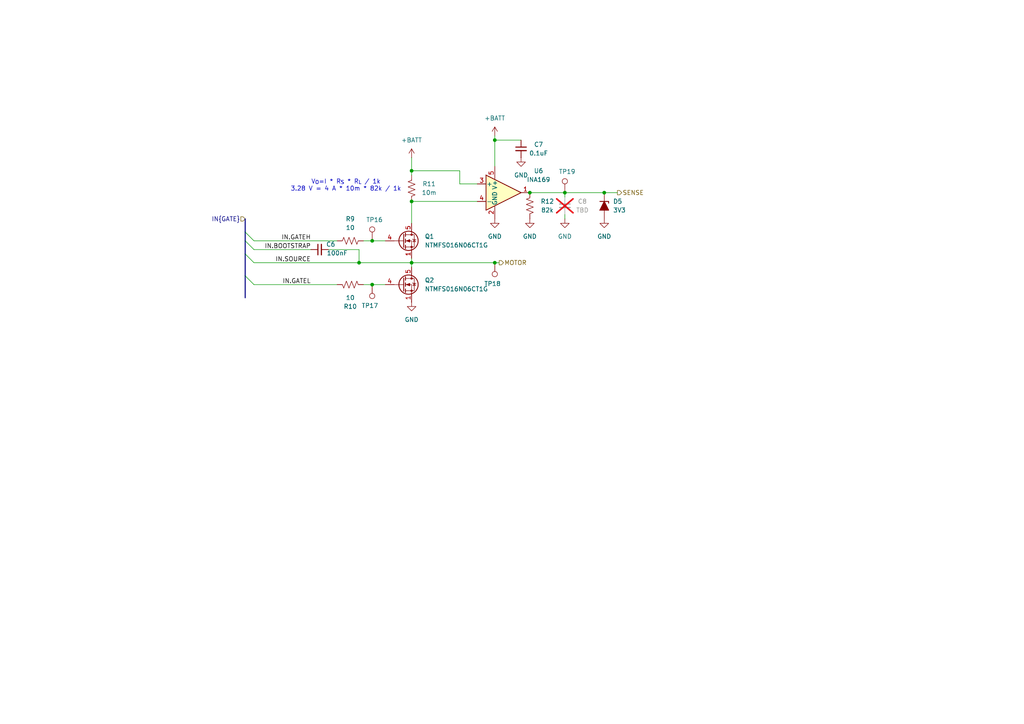
<source format=kicad_sch>
(kicad_sch
	(version 20250114)
	(generator "eeschema")
	(generator_version "9.0")
	(uuid "92340223-3347-431e-93fc-74ad455b1326")
	(paper "A4")
	(lib_symbols
		(symbol "Amplifier_Current:INA169"
			(pin_names
				(offset 0.127)
			)
			(exclude_from_sim no)
			(in_bom yes)
			(on_board yes)
			(property "Reference" "U"
				(at 3.81 5.08 0)
				(effects
					(font
						(size 1.27 1.27)
					)
					(justify left)
				)
			)
			(property "Value" "INA169"
				(at 3.81 2.54 0)
				(effects
					(font
						(size 1.27 1.27)
					)
					(justify left)
				)
			)
			(property "Footprint" "Package_TO_SOT_SMD:SOT-23-5"
				(at 0 0 0)
				(effects
					(font
						(size 1.27 1.27)
					)
					(hide yes)
				)
			)
			(property "Datasheet" "http://www.ti.com/lit/ds/symlink/ina169.pdf"
				(at 0 0.127 0)
				(effects
					(font
						(size 1.27 1.27)
					)
					(hide yes)
				)
			)
			(property "Description" "High-Side Measurement Current Shunt Monitor, 60V, SOT-23-5"
				(at 0 0 0)
				(effects
					(font
						(size 1.27 1.27)
					)
					(hide yes)
				)
			)
			(property "ki_keywords" "current sense shunt monitor"
				(at 0 0 0)
				(effects
					(font
						(size 1.27 1.27)
					)
					(hide yes)
				)
			)
			(property "ki_fp_filters" "SOT?23*"
				(at 0 0 0)
				(effects
					(font
						(size 1.27 1.27)
					)
					(hide yes)
				)
			)
			(symbol "INA169_0_1"
				(polyline
					(pts
						(xy -5.08 5.08) (xy 5.08 0) (xy -5.08 -5.08) (xy -5.08 5.08)
					)
					(stroke
						(width 0.254)
						(type default)
					)
					(fill
						(type background)
					)
				)
			)
			(symbol "INA169_1_1"
				(pin input line
					(at -7.62 2.54 0)
					(length 2.54)
					(name "+"
						(effects
							(font
								(size 1.27 1.27)
							)
						)
					)
					(number "3"
						(effects
							(font
								(size 1.27 1.27)
							)
						)
					)
				)
				(pin input line
					(at -7.62 -2.54 0)
					(length 2.54)
					(name "-"
						(effects
							(font
								(size 1.27 1.27)
							)
						)
					)
					(number "4"
						(effects
							(font
								(size 1.27 1.27)
							)
						)
					)
				)
				(pin power_in line
					(at -2.54 7.62 270)
					(length 3.81)
					(name "V+"
						(effects
							(font
								(size 1.27 1.27)
							)
						)
					)
					(number "5"
						(effects
							(font
								(size 1.27 1.27)
							)
						)
					)
				)
				(pin power_in line
					(at -2.54 -7.62 90)
					(length 3.81)
					(name "GND"
						(effects
							(font
								(size 1.27 1.27)
							)
						)
					)
					(number "2"
						(effects
							(font
								(size 1.27 1.27)
							)
						)
					)
				)
				(pin output line
					(at 7.62 0 180)
					(length 2.54)
					(name "~"
						(effects
							(font
								(size 1.27 1.27)
							)
						)
					)
					(number "1"
						(effects
							(font
								(size 1.27 1.27)
							)
						)
					)
				)
			)
			(embedded_fonts no)
		)
		(symbol "Connector:TestPoint"
			(pin_numbers
				(hide yes)
			)
			(pin_names
				(offset 0.762)
				(hide yes)
			)
			(exclude_from_sim no)
			(in_bom yes)
			(on_board yes)
			(property "Reference" "TP"
				(at 0 6.858 0)
				(effects
					(font
						(size 1.27 1.27)
					)
				)
			)
			(property "Value" "TestPoint"
				(at 0 5.08 0)
				(effects
					(font
						(size 1.27 1.27)
					)
				)
			)
			(property "Footprint" ""
				(at 5.08 0 0)
				(effects
					(font
						(size 1.27 1.27)
					)
					(hide yes)
				)
			)
			(property "Datasheet" "~"
				(at 5.08 0 0)
				(effects
					(font
						(size 1.27 1.27)
					)
					(hide yes)
				)
			)
			(property "Description" "test point"
				(at 0 0 0)
				(effects
					(font
						(size 1.27 1.27)
					)
					(hide yes)
				)
			)
			(property "ki_keywords" "test point tp"
				(at 0 0 0)
				(effects
					(font
						(size 1.27 1.27)
					)
					(hide yes)
				)
			)
			(property "ki_fp_filters" "Pin* Test*"
				(at 0 0 0)
				(effects
					(font
						(size 1.27 1.27)
					)
					(hide yes)
				)
			)
			(symbol "TestPoint_0_1"
				(circle
					(center 0 3.302)
					(radius 0.762)
					(stroke
						(width 0)
						(type default)
					)
					(fill
						(type none)
					)
				)
			)
			(symbol "TestPoint_1_1"
				(pin passive line
					(at 0 0 90)
					(length 2.54)
					(name "1"
						(effects
							(font
								(size 1.27 1.27)
							)
						)
					)
					(number "1"
						(effects
							(font
								(size 1.27 1.27)
							)
						)
					)
				)
			)
			(embedded_fonts no)
		)
		(symbol "Device:C_Small"
			(pin_numbers
				(hide yes)
			)
			(pin_names
				(offset 0.254)
				(hide yes)
			)
			(exclude_from_sim no)
			(in_bom yes)
			(on_board yes)
			(property "Reference" "C"
				(at 0.254 1.778 0)
				(effects
					(font
						(size 1.27 1.27)
					)
					(justify left)
				)
			)
			(property "Value" "C_Small"
				(at 0.254 -2.032 0)
				(effects
					(font
						(size 1.27 1.27)
					)
					(justify left)
				)
			)
			(property "Footprint" ""
				(at 0 0 0)
				(effects
					(font
						(size 1.27 1.27)
					)
					(hide yes)
				)
			)
			(property "Datasheet" "~"
				(at 0 0 0)
				(effects
					(font
						(size 1.27 1.27)
					)
					(hide yes)
				)
			)
			(property "Description" "Unpolarized capacitor, small symbol"
				(at 0 0 0)
				(effects
					(font
						(size 1.27 1.27)
					)
					(hide yes)
				)
			)
			(property "ki_keywords" "capacitor cap"
				(at 0 0 0)
				(effects
					(font
						(size 1.27 1.27)
					)
					(hide yes)
				)
			)
			(property "ki_fp_filters" "C_*"
				(at 0 0 0)
				(effects
					(font
						(size 1.27 1.27)
					)
					(hide yes)
				)
			)
			(symbol "C_Small_0_1"
				(polyline
					(pts
						(xy -1.524 0.508) (xy 1.524 0.508)
					)
					(stroke
						(width 0.3048)
						(type default)
					)
					(fill
						(type none)
					)
				)
				(polyline
					(pts
						(xy -1.524 -0.508) (xy 1.524 -0.508)
					)
					(stroke
						(width 0.3302)
						(type default)
					)
					(fill
						(type none)
					)
				)
			)
			(symbol "C_Small_1_1"
				(pin passive line
					(at 0 2.54 270)
					(length 2.032)
					(name "~"
						(effects
							(font
								(size 1.27 1.27)
							)
						)
					)
					(number "1"
						(effects
							(font
								(size 1.27 1.27)
							)
						)
					)
				)
				(pin passive line
					(at 0 -2.54 90)
					(length 2.032)
					(name "~"
						(effects
							(font
								(size 1.27 1.27)
							)
						)
					)
					(number "2"
						(effects
							(font
								(size 1.27 1.27)
							)
						)
					)
				)
			)
			(embedded_fonts no)
		)
		(symbol "Device:D_Zener_Filled"
			(pin_numbers
				(hide yes)
			)
			(pin_names
				(offset 1.016)
				(hide yes)
			)
			(exclude_from_sim no)
			(in_bom yes)
			(on_board yes)
			(property "Reference" "D"
				(at 0 2.54 0)
				(effects
					(font
						(size 1.27 1.27)
					)
				)
			)
			(property "Value" "D_Zener_Filled"
				(at 0 -2.54 0)
				(effects
					(font
						(size 1.27 1.27)
					)
				)
			)
			(property "Footprint" ""
				(at 0 0 0)
				(effects
					(font
						(size 1.27 1.27)
					)
					(hide yes)
				)
			)
			(property "Datasheet" "~"
				(at 0 0 0)
				(effects
					(font
						(size 1.27 1.27)
					)
					(hide yes)
				)
			)
			(property "Description" "Zener diode, filled shape"
				(at 0 0 0)
				(effects
					(font
						(size 1.27 1.27)
					)
					(hide yes)
				)
			)
			(property "ki_keywords" "diode"
				(at 0 0 0)
				(effects
					(font
						(size 1.27 1.27)
					)
					(hide yes)
				)
			)
			(property "ki_fp_filters" "TO-???* *_Diode_* *SingleDiode* D_*"
				(at 0 0 0)
				(effects
					(font
						(size 1.27 1.27)
					)
					(hide yes)
				)
			)
			(symbol "D_Zener_Filled_0_1"
				(polyline
					(pts
						(xy -1.27 -1.27) (xy -1.27 1.27) (xy -0.762 1.27)
					)
					(stroke
						(width 0.254)
						(type default)
					)
					(fill
						(type none)
					)
				)
				(polyline
					(pts
						(xy 1.27 0) (xy -1.27 0)
					)
					(stroke
						(width 0)
						(type default)
					)
					(fill
						(type none)
					)
				)
				(polyline
					(pts
						(xy 1.27 -1.27) (xy 1.27 1.27) (xy -1.27 0) (xy 1.27 -1.27)
					)
					(stroke
						(width 0.254)
						(type default)
					)
					(fill
						(type outline)
					)
				)
			)
			(symbol "D_Zener_Filled_1_1"
				(pin passive line
					(at -3.81 0 0)
					(length 2.54)
					(name "K"
						(effects
							(font
								(size 1.27 1.27)
							)
						)
					)
					(number "1"
						(effects
							(font
								(size 1.27 1.27)
							)
						)
					)
				)
				(pin passive line
					(at 3.81 0 180)
					(length 2.54)
					(name "A"
						(effects
							(font
								(size 1.27 1.27)
							)
						)
					)
					(number "2"
						(effects
							(font
								(size 1.27 1.27)
							)
						)
					)
				)
			)
			(embedded_fonts no)
		)
		(symbol "Device:R_US"
			(pin_numbers
				(hide yes)
			)
			(pin_names
				(offset 0)
			)
			(exclude_from_sim no)
			(in_bom yes)
			(on_board yes)
			(property "Reference" "R"
				(at 2.54 0 90)
				(effects
					(font
						(size 1.27 1.27)
					)
				)
			)
			(property "Value" "R_US"
				(at -2.54 0 90)
				(effects
					(font
						(size 1.27 1.27)
					)
				)
			)
			(property "Footprint" ""
				(at 1.016 -0.254 90)
				(effects
					(font
						(size 1.27 1.27)
					)
					(hide yes)
				)
			)
			(property "Datasheet" "~"
				(at 0 0 0)
				(effects
					(font
						(size 1.27 1.27)
					)
					(hide yes)
				)
			)
			(property "Description" "Resistor, US symbol"
				(at 0 0 0)
				(effects
					(font
						(size 1.27 1.27)
					)
					(hide yes)
				)
			)
			(property "ki_keywords" "R res resistor"
				(at 0 0 0)
				(effects
					(font
						(size 1.27 1.27)
					)
					(hide yes)
				)
			)
			(property "ki_fp_filters" "R_*"
				(at 0 0 0)
				(effects
					(font
						(size 1.27 1.27)
					)
					(hide yes)
				)
			)
			(symbol "R_US_0_1"
				(polyline
					(pts
						(xy 0 2.286) (xy 0 2.54)
					)
					(stroke
						(width 0)
						(type default)
					)
					(fill
						(type none)
					)
				)
				(polyline
					(pts
						(xy 0 2.286) (xy 1.016 1.905) (xy 0 1.524) (xy -1.016 1.143) (xy 0 0.762)
					)
					(stroke
						(width 0)
						(type default)
					)
					(fill
						(type none)
					)
				)
				(polyline
					(pts
						(xy 0 0.762) (xy 1.016 0.381) (xy 0 0) (xy -1.016 -0.381) (xy 0 -0.762)
					)
					(stroke
						(width 0)
						(type default)
					)
					(fill
						(type none)
					)
				)
				(polyline
					(pts
						(xy 0 -0.762) (xy 1.016 -1.143) (xy 0 -1.524) (xy -1.016 -1.905) (xy 0 -2.286)
					)
					(stroke
						(width 0)
						(type default)
					)
					(fill
						(type none)
					)
				)
				(polyline
					(pts
						(xy 0 -2.286) (xy 0 -2.54)
					)
					(stroke
						(width 0)
						(type default)
					)
					(fill
						(type none)
					)
				)
			)
			(symbol "R_US_1_1"
				(pin passive line
					(at 0 3.81 270)
					(length 1.27)
					(name "~"
						(effects
							(font
								(size 1.27 1.27)
							)
						)
					)
					(number "1"
						(effects
							(font
								(size 1.27 1.27)
							)
						)
					)
				)
				(pin passive line
					(at 0 -3.81 90)
					(length 1.27)
					(name "~"
						(effects
							(font
								(size 1.27 1.27)
							)
						)
					)
					(number "2"
						(effects
							(font
								(size 1.27 1.27)
							)
						)
					)
				)
			)
			(embedded_fonts no)
		)
		(symbol "Transistor_FET:NTMFS016N06CT1G"
			(pin_names
				(hide yes)
			)
			(exclude_from_sim no)
			(in_bom yes)
			(on_board yes)
			(property "Reference" "Q"
				(at 5.08 1.905 0)
				(effects
					(font
						(size 1.27 1.27)
					)
					(justify left)
				)
			)
			(property "Value" "NTMFS016N06CT1G"
				(at 5.08 0 0)
				(effects
					(font
						(size 1.27 1.27)
					)
					(justify left)
				)
			)
			(property "Footprint" "Package_SO:ONSemi_SO-8FL_488AA"
				(at 5.08 -1.905 0)
				(effects
					(font
						(size 1.27 1.27)
						(italic yes)
					)
					(justify left)
					(hide yes)
				)
			)
			(property "Datasheet" "https://www.onsemi.com/download/data-sheet/pdf/NTMFS016N06C-D.pdf"
				(at 5.08 -3.81 0)
				(effects
					(font
						(size 1.27 1.27)
					)
					(justify left)
					(hide yes)
				)
			)
			(property "Description" "33A Id, 60V Vds, N-Channel Power MOSFET, 15.6mOhm Ron, -55 to 175 °C, SO-8FL"
				(at 0 0 0)
				(effects
					(font
						(size 1.27 1.27)
					)
					(hide yes)
				)
			)
			(property "ki_keywords" "transistor NMOS N-MOS N-MOSFET"
				(at 0 0 0)
				(effects
					(font
						(size 1.27 1.27)
					)
					(hide yes)
				)
			)
			(property "ki_fp_filters" "ONSemi_SO*8FL_488AA*"
				(at 0 0 0)
				(effects
					(font
						(size 1.27 1.27)
					)
					(hide yes)
				)
			)
			(symbol "NTMFS016N06CT1G_0_1"
				(polyline
					(pts
						(xy 0.254 1.905) (xy 0.254 -1.905)
					)
					(stroke
						(width 0.254)
						(type default)
					)
					(fill
						(type none)
					)
				)
				(polyline
					(pts
						(xy 0.254 0) (xy -2.54 0)
					)
					(stroke
						(width 0)
						(type default)
					)
					(fill
						(type none)
					)
				)
				(polyline
					(pts
						(xy 0.762 2.286) (xy 0.762 1.27)
					)
					(stroke
						(width 0.254)
						(type default)
					)
					(fill
						(type none)
					)
				)
				(polyline
					(pts
						(xy 0.762 0.508) (xy 0.762 -0.508)
					)
					(stroke
						(width 0.254)
						(type default)
					)
					(fill
						(type none)
					)
				)
				(polyline
					(pts
						(xy 0.762 -1.27) (xy 0.762 -2.286)
					)
					(stroke
						(width 0.254)
						(type default)
					)
					(fill
						(type none)
					)
				)
				(polyline
					(pts
						(xy 0.762 -1.778) (xy 3.302 -1.778) (xy 3.302 1.778) (xy 0.762 1.778)
					)
					(stroke
						(width 0)
						(type default)
					)
					(fill
						(type none)
					)
				)
				(polyline
					(pts
						(xy 1.016 0) (xy 2.032 0.381) (xy 2.032 -0.381) (xy 1.016 0)
					)
					(stroke
						(width 0)
						(type default)
					)
					(fill
						(type outline)
					)
				)
				(circle
					(center 1.651 0)
					(radius 2.794)
					(stroke
						(width 0.254)
						(type default)
					)
					(fill
						(type none)
					)
				)
				(polyline
					(pts
						(xy 2.54 2.54) (xy 2.54 1.778)
					)
					(stroke
						(width 0)
						(type default)
					)
					(fill
						(type none)
					)
				)
				(circle
					(center 2.54 1.778)
					(radius 0.254)
					(stroke
						(width 0)
						(type default)
					)
					(fill
						(type outline)
					)
				)
				(circle
					(center 2.54 -1.778)
					(radius 0.254)
					(stroke
						(width 0)
						(type default)
					)
					(fill
						(type outline)
					)
				)
				(polyline
					(pts
						(xy 2.54 -2.54) (xy 2.54 0) (xy 0.762 0)
					)
					(stroke
						(width 0)
						(type default)
					)
					(fill
						(type none)
					)
				)
				(polyline
					(pts
						(xy 2.794 0.508) (xy 2.921 0.381) (xy 3.683 0.381) (xy 3.81 0.254)
					)
					(stroke
						(width 0)
						(type default)
					)
					(fill
						(type none)
					)
				)
				(polyline
					(pts
						(xy 3.302 0.381) (xy 2.921 -0.254) (xy 3.683 -0.254) (xy 3.302 0.381)
					)
					(stroke
						(width 0)
						(type default)
					)
					(fill
						(type none)
					)
				)
			)
			(symbol "NTMFS016N06CT1G_1_1"
				(pin passive line
					(at -5.08 0 0)
					(length 2.54)
					(name "G"
						(effects
							(font
								(size 1.27 1.27)
							)
						)
					)
					(number "4"
						(effects
							(font
								(size 1.27 1.27)
							)
						)
					)
				)
				(pin passive line
					(at 2.54 5.08 270)
					(length 2.54)
					(name "D"
						(effects
							(font
								(size 1.27 1.27)
							)
						)
					)
					(number "5"
						(effects
							(font
								(size 1.27 1.27)
							)
						)
					)
				)
				(pin passive line
					(at 2.54 -5.08 90)
					(length 2.54)
					(name "S"
						(effects
							(font
								(size 1.27 1.27)
							)
						)
					)
					(number "1"
						(effects
							(font
								(size 1.27 1.27)
							)
						)
					)
				)
				(pin passive line
					(at 2.54 -5.08 90)
					(length 2.54)
					(hide yes)
					(name "S"
						(effects
							(font
								(size 1.27 1.27)
							)
						)
					)
					(number "2"
						(effects
							(font
								(size 1.27 1.27)
							)
						)
					)
				)
				(pin passive line
					(at 2.54 -5.08 90)
					(length 2.54)
					(hide yes)
					(name "S"
						(effects
							(font
								(size 1.27 1.27)
							)
						)
					)
					(number "3"
						(effects
							(font
								(size 1.27 1.27)
							)
						)
					)
				)
			)
			(embedded_fonts no)
		)
		(symbol "power:+BATT"
			(power)
			(pin_numbers
				(hide yes)
			)
			(pin_names
				(offset 0)
				(hide yes)
			)
			(exclude_from_sim no)
			(in_bom yes)
			(on_board yes)
			(property "Reference" "#PWR"
				(at 0 -3.81 0)
				(effects
					(font
						(size 1.27 1.27)
					)
					(hide yes)
				)
			)
			(property "Value" "+BATT"
				(at 0 3.556 0)
				(effects
					(font
						(size 1.27 1.27)
					)
				)
			)
			(property "Footprint" ""
				(at 0 0 0)
				(effects
					(font
						(size 1.27 1.27)
					)
					(hide yes)
				)
			)
			(property "Datasheet" ""
				(at 0 0 0)
				(effects
					(font
						(size 1.27 1.27)
					)
					(hide yes)
				)
			)
			(property "Description" "Power symbol creates a global label with name \"+BATT\""
				(at 0 0 0)
				(effects
					(font
						(size 1.27 1.27)
					)
					(hide yes)
				)
			)
			(property "ki_keywords" "global power battery"
				(at 0 0 0)
				(effects
					(font
						(size 1.27 1.27)
					)
					(hide yes)
				)
			)
			(symbol "+BATT_0_1"
				(polyline
					(pts
						(xy -0.762 1.27) (xy 0 2.54)
					)
					(stroke
						(width 0)
						(type default)
					)
					(fill
						(type none)
					)
				)
				(polyline
					(pts
						(xy 0 2.54) (xy 0.762 1.27)
					)
					(stroke
						(width 0)
						(type default)
					)
					(fill
						(type none)
					)
				)
				(polyline
					(pts
						(xy 0 0) (xy 0 2.54)
					)
					(stroke
						(width 0)
						(type default)
					)
					(fill
						(type none)
					)
				)
			)
			(symbol "+BATT_1_1"
				(pin power_in line
					(at 0 0 90)
					(length 0)
					(name "~"
						(effects
							(font
								(size 1.27 1.27)
							)
						)
					)
					(number "1"
						(effects
							(font
								(size 1.27 1.27)
							)
						)
					)
				)
			)
			(embedded_fonts no)
		)
		(symbol "power:GND"
			(power)
			(pin_numbers
				(hide yes)
			)
			(pin_names
				(offset 0)
				(hide yes)
			)
			(exclude_from_sim no)
			(in_bom yes)
			(on_board yes)
			(property "Reference" "#PWR"
				(at 0 -6.35 0)
				(effects
					(font
						(size 1.27 1.27)
					)
					(hide yes)
				)
			)
			(property "Value" "GND"
				(at 0 -3.81 0)
				(effects
					(font
						(size 1.27 1.27)
					)
				)
			)
			(property "Footprint" ""
				(at 0 0 0)
				(effects
					(font
						(size 1.27 1.27)
					)
					(hide yes)
				)
			)
			(property "Datasheet" ""
				(at 0 0 0)
				(effects
					(font
						(size 1.27 1.27)
					)
					(hide yes)
				)
			)
			(property "Description" "Power symbol creates a global label with name \"GND\" , ground"
				(at 0 0 0)
				(effects
					(font
						(size 1.27 1.27)
					)
					(hide yes)
				)
			)
			(property "ki_keywords" "global power"
				(at 0 0 0)
				(effects
					(font
						(size 1.27 1.27)
					)
					(hide yes)
				)
			)
			(symbol "GND_0_1"
				(polyline
					(pts
						(xy 0 0) (xy 0 -1.27) (xy 1.27 -1.27) (xy 0 -2.54) (xy -1.27 -1.27) (xy 0 -1.27)
					)
					(stroke
						(width 0)
						(type default)
					)
					(fill
						(type none)
					)
				)
			)
			(symbol "GND_1_1"
				(pin power_in line
					(at 0 0 270)
					(length 0)
					(name "~"
						(effects
							(font
								(size 1.27 1.27)
							)
						)
					)
					(number "1"
						(effects
							(font
								(size 1.27 1.27)
							)
						)
					)
				)
			)
			(embedded_fonts no)
		)
	)
	(text "V_{O}=I * R_{S} * R_{L} / 1k\n3.28 V = 4 A * 10m * 82k / 1k"
		(exclude_from_sim no)
		(at 100.33 53.848 0)
		(effects
			(font
				(size 1.27 1.27)
			)
		)
		(uuid "a8b47709-776e-401e-89c1-ed2c02d26081")
	)
	(junction
		(at 119.38 76.2)
		(diameter 0)
		(color 0 0 0 0)
		(uuid "0f07a6b2-1d40-4c29-b77f-f281faef737c")
	)
	(junction
		(at 163.83 55.88)
		(diameter 0)
		(color 0 0 0 0)
		(uuid "3f9f425b-29fb-4762-9a28-fe81c769b749")
	)
	(junction
		(at 119.38 49.53)
		(diameter 0)
		(color 0 0 0 0)
		(uuid "45d09e8e-eefb-4a5b-b620-8009ae14931a")
	)
	(junction
		(at 143.51 40.64)
		(diameter 0)
		(color 0 0 0 0)
		(uuid "4a3a69d3-12cf-4d9c-ae0a-2c7df4c102ec")
	)
	(junction
		(at 119.38 58.42)
		(diameter 0)
		(color 0 0 0 0)
		(uuid "61ae75bf-c207-4cd5-abb8-6e817d802a9d")
	)
	(junction
		(at 107.95 82.55)
		(diameter 0)
		(color 0 0 0 0)
		(uuid "67ec4482-fa3f-4ccf-9822-dfffe509360f")
	)
	(junction
		(at 153.67 55.88)
		(diameter 0)
		(color 0 0 0 0)
		(uuid "951a28e8-e59f-41f0-9511-60670b5f069a")
	)
	(junction
		(at 143.51 76.2)
		(diameter 0)
		(color 0 0 0 0)
		(uuid "b58927ef-b64d-4784-a4b9-078b6e8ef005")
	)
	(junction
		(at 104.14 76.2)
		(diameter 0)
		(color 0 0 0 0)
		(uuid "bf6b1968-cd82-4976-bcdf-3c35294ad7fc")
	)
	(junction
		(at 175.26 55.88)
		(diameter 0)
		(color 0 0 0 0)
		(uuid "d297d6a0-aa11-4549-a6cc-59b161ba375f")
	)
	(junction
		(at 107.95 69.85)
		(diameter 0)
		(color 0 0 0 0)
		(uuid "f0a94c80-a4df-4aff-b9db-7a93bd1d1b4b")
	)
	(bus_entry
		(at 71.12 69.85)
		(size 2.54 2.54)
		(stroke
			(width 0)
			(type default)
		)
		(uuid "26573f2a-4087-4c4a-9965-f60f2f870bd1")
	)
	(bus_entry
		(at 71.12 73.66)
		(size 2.54 2.54)
		(stroke
			(width 0)
			(type default)
		)
		(uuid "31dd50d3-d58f-4eab-93e9-9814b164e0f7")
	)
	(bus_entry
		(at 71.12 80.01)
		(size 2.54 2.54)
		(stroke
			(width 0)
			(type default)
		)
		(uuid "63431bf6-14ae-4014-a720-41a4665090c3")
	)
	(bus_entry
		(at 71.12 67.31)
		(size 2.54 2.54)
		(stroke
			(width 0)
			(type default)
		)
		(uuid "ab792a2c-2319-40e8-b978-6e850c60fe58")
	)
	(wire
		(pts
			(xy 107.95 82.55) (xy 111.76 82.55)
		)
		(stroke
			(width 0)
			(type default)
		)
		(uuid "0683c845-fbdc-48c2-bc3c-51dbdcb33518")
	)
	(wire
		(pts
			(xy 105.41 69.85) (xy 107.95 69.85)
		)
		(stroke
			(width 0)
			(type default)
		)
		(uuid "12fd4426-488d-47e4-8cbb-db3cdd0ff976")
	)
	(wire
		(pts
			(xy 163.83 57.15) (xy 163.83 55.88)
		)
		(stroke
			(width 0)
			(type default)
		)
		(uuid "1755bd36-bc5b-4f5f-b3b5-87dc7ab437f1")
	)
	(wire
		(pts
			(xy 119.38 58.42) (xy 119.38 64.77)
		)
		(stroke
			(width 0)
			(type default)
		)
		(uuid "181d7f0f-ec21-4a80-ad35-fbea545e5d5c")
	)
	(wire
		(pts
			(xy 163.83 55.88) (xy 153.67 55.88)
		)
		(stroke
			(width 0)
			(type default)
		)
		(uuid "1ddcddd9-6f8b-4899-9339-2d8b665fe038")
	)
	(wire
		(pts
			(xy 119.38 50.8) (xy 119.38 49.53)
		)
		(stroke
			(width 0)
			(type default)
		)
		(uuid "33a21c47-ccdc-4d20-b0cb-26d0e4544247")
	)
	(wire
		(pts
			(xy 119.38 76.2) (xy 119.38 74.93)
		)
		(stroke
			(width 0)
			(type default)
		)
		(uuid "346ec8fb-4caf-4795-a4d5-b7d832920516")
	)
	(wire
		(pts
			(xy 143.51 76.2) (xy 119.38 76.2)
		)
		(stroke
			(width 0)
			(type default)
		)
		(uuid "4b58e747-03f2-4c7a-8bc4-3d8bae4de68c")
	)
	(wire
		(pts
			(xy 105.41 82.55) (xy 107.95 82.55)
		)
		(stroke
			(width 0)
			(type default)
		)
		(uuid "4fc267ba-d3e7-4f0d-822c-36d667f18f88")
	)
	(wire
		(pts
			(xy 175.26 55.88) (xy 163.83 55.88)
		)
		(stroke
			(width 0)
			(type default)
		)
		(uuid "581defc3-63b2-487c-91d7-f8f2cac44b69")
	)
	(wire
		(pts
			(xy 73.66 72.39) (xy 90.17 72.39)
		)
		(stroke
			(width 0)
			(type default)
		)
		(uuid "5b442df0-ee0f-476d-8143-0dc60ab4f923")
	)
	(wire
		(pts
			(xy 73.66 69.85) (xy 97.79 69.85)
		)
		(stroke
			(width 0)
			(type default)
		)
		(uuid "69b829b2-a5d1-44c3-a8fc-dab0ffaa4919")
	)
	(bus
		(pts
			(xy 71.12 63.5) (xy 71.12 67.31)
		)
		(stroke
			(width 0)
			(type default)
		)
		(uuid "6cc81f86-7398-4f4b-a1d3-0d6b9cb566d2")
	)
	(wire
		(pts
			(xy 133.35 53.34) (xy 133.35 49.53)
		)
		(stroke
			(width 0)
			(type default)
		)
		(uuid "6eeac0ad-8872-49ed-9953-1b0187b7ba7a")
	)
	(wire
		(pts
			(xy 73.66 76.2) (xy 104.14 76.2)
		)
		(stroke
			(width 0)
			(type default)
		)
		(uuid "6fb32e2b-373e-4fb0-bebb-07579a3113d4")
	)
	(wire
		(pts
			(xy 95.25 72.39) (xy 104.14 72.39)
		)
		(stroke
			(width 0)
			(type default)
		)
		(uuid "7d29266b-75d3-473f-8cba-21b0847e9b06")
	)
	(wire
		(pts
			(xy 143.51 40.64) (xy 143.51 48.26)
		)
		(stroke
			(width 0)
			(type default)
		)
		(uuid "83876b99-9da9-44ae-8480-71f0a349f85f")
	)
	(bus
		(pts
			(xy 71.12 69.85) (xy 71.12 73.66)
		)
		(stroke
			(width 0)
			(type default)
		)
		(uuid "83a12f5b-63d0-46d5-8a6f-08d6cbe198f2")
	)
	(bus
		(pts
			(xy 71.12 73.66) (xy 71.12 80.01)
		)
		(stroke
			(width 0)
			(type default)
		)
		(uuid "86fd21f3-03f2-442f-a740-7ca595c8da0c")
	)
	(bus
		(pts
			(xy 71.12 67.31) (xy 71.12 69.85)
		)
		(stroke
			(width 0)
			(type default)
		)
		(uuid "8f692e02-ebc3-4553-9091-267654393ef5")
	)
	(wire
		(pts
			(xy 133.35 49.53) (xy 119.38 49.53)
		)
		(stroke
			(width 0)
			(type default)
		)
		(uuid "9076ccf9-18f6-4d93-9c68-e89895906f16")
	)
	(bus
		(pts
			(xy 71.12 80.01) (xy 71.12 86.36)
		)
		(stroke
			(width 0)
			(type default)
		)
		(uuid "9142ae45-32dd-4504-b8dd-1bc55e488506")
	)
	(wire
		(pts
			(xy 119.38 76.2) (xy 119.38 77.47)
		)
		(stroke
			(width 0)
			(type default)
		)
		(uuid "94ff0b36-0088-43d3-98a3-666b6d622ce9")
	)
	(wire
		(pts
			(xy 73.66 82.55) (xy 97.79 82.55)
		)
		(stroke
			(width 0)
			(type default)
		)
		(uuid "997be4c9-7749-4a1e-890c-1a81e36065a0")
	)
	(wire
		(pts
			(xy 104.14 72.39) (xy 104.14 76.2)
		)
		(stroke
			(width 0)
			(type default)
		)
		(uuid "b35b4ef0-a17f-4943-91ec-afe73915f3d2")
	)
	(wire
		(pts
			(xy 119.38 49.53) (xy 119.38 45.72)
		)
		(stroke
			(width 0)
			(type default)
		)
		(uuid "bfeba583-6df1-4cf6-9d6c-dad3eaf770b6")
	)
	(wire
		(pts
			(xy 163.83 62.23) (xy 163.83 63.5)
		)
		(stroke
			(width 0)
			(type default)
		)
		(uuid "c00778ce-d1c9-449e-8101-03eb5f89e208")
	)
	(wire
		(pts
			(xy 107.95 69.85) (xy 111.76 69.85)
		)
		(stroke
			(width 0)
			(type default)
		)
		(uuid "c153055c-4cfb-4007-808e-b85aba878e28")
	)
	(wire
		(pts
			(xy 144.78 76.2) (xy 143.51 76.2)
		)
		(stroke
			(width 0)
			(type default)
		)
		(uuid "c5972be0-40e9-4368-8c20-e4b0732dbaad")
	)
	(wire
		(pts
			(xy 143.51 40.64) (xy 151.13 40.64)
		)
		(stroke
			(width 0)
			(type default)
		)
		(uuid "c79a30b1-c04b-44a5-9595-29e7f6b5c2f4")
	)
	(wire
		(pts
			(xy 104.14 76.2) (xy 119.38 76.2)
		)
		(stroke
			(width 0)
			(type default)
		)
		(uuid "e135bf09-c7f2-4695-951a-9cd9e7be0644")
	)
	(wire
		(pts
			(xy 119.38 58.42) (xy 138.43 58.42)
		)
		(stroke
			(width 0)
			(type default)
		)
		(uuid "e505c960-dd0a-47d7-99bb-080e370ba277")
	)
	(wire
		(pts
			(xy 179.07 55.88) (xy 175.26 55.88)
		)
		(stroke
			(width 0)
			(type default)
		)
		(uuid "f505702d-901f-489c-b0f0-a8787b791500")
	)
	(wire
		(pts
			(xy 143.51 39.37) (xy 143.51 40.64)
		)
		(stroke
			(width 0)
			(type default)
		)
		(uuid "fc537cb5-c2ba-48cd-9f9b-49f85effbe19")
	)
	(wire
		(pts
			(xy 138.43 53.34) (xy 133.35 53.34)
		)
		(stroke
			(width 0)
			(type default)
		)
		(uuid "fe269def-4aa8-454f-b79e-fce6f511ff64")
	)
	(label "IN.GATEL"
		(at 90.17 82.55 180)
		(effects
			(font
				(size 1.27 1.27)
			)
			(justify right bottom)
		)
		(uuid "39e4511b-871b-41ad-ba50-f1b7317f6fe4")
	)
	(label "IN.GATEH"
		(at 90.17 69.85 180)
		(effects
			(font
				(size 1.27 1.27)
			)
			(justify right bottom)
		)
		(uuid "cc7c2b91-6954-433f-9e92-e168d2d02ee3")
	)
	(label "IN.BOOTSTRAP"
		(at 90.17 72.39 180)
		(effects
			(font
				(size 1.27 1.27)
			)
			(justify right bottom)
		)
		(uuid "d1606ff4-5a3a-4007-86f3-94af050e5d85")
	)
	(label "IN.SOURCE"
		(at 90.17 76.2 180)
		(effects
			(font
				(size 1.27 1.27)
			)
			(justify right bottom)
		)
		(uuid "f6c85b2b-ff44-40eb-8e2c-ecdb7bc4a092")
	)
	(hierarchical_label "SENSE"
		(shape output)
		(at 179.07 55.88 0)
		(effects
			(font
				(size 1.27 1.27)
			)
			(justify left)
		)
		(uuid "69c5a813-4171-4966-b851-c5f790d139c9")
	)
	(hierarchical_label "MOTOR"
		(shape output)
		(at 144.78 76.2 0)
		(effects
			(font
				(size 1.27 1.27)
			)
			(justify left)
		)
		(uuid "6d600d5c-fcc2-461b-95d5-4eadcfad2f81")
	)
	(hierarchical_label "IN{GATE}"
		(shape input)
		(at 71.12 63.5 180)
		(effects
			(font
				(size 1.27 1.27)
			)
			(justify right)
		)
		(uuid "c9480b5d-c608-4f31-bcef-e35b92c45fac")
	)
	(symbol
		(lib_id "Connector:TestPoint")
		(at 163.83 55.88 0)
		(unit 1)
		(exclude_from_sim no)
		(in_bom no)
		(on_board yes)
		(dnp no)
		(uuid "0a0d431f-174a-4d5e-abd3-16e1be38372d")
		(property "Reference" "TP19"
			(at 162.052 49.784 0)
			(effects
				(font
					(size 1.27 1.27)
				)
				(justify left)
			)
		)
		(property "Value" "TestPoint"
			(at 166.37 53.8479 0)
			(effects
				(font
					(size 1.27 1.27)
				)
				(justify left)
				(hide yes)
			)
		)
		(property "Footprint" "TestPoint:TestPoint_Pad_D1.0mm"
			(at 168.91 55.88 0)
			(effects
				(font
					(size 1.27 1.27)
				)
				(hide yes)
			)
		)
		(property "Datasheet" "~"
			(at 168.91 55.88 0)
			(effects
				(font
					(size 1.27 1.27)
				)
				(hide yes)
			)
		)
		(property "Description" "test point"
			(at 163.83 55.88 0)
			(effects
				(font
					(size 1.27 1.27)
				)
				(hide yes)
			)
		)
		(pin "1"
			(uuid "2bfd814b-c230-4edf-b475-dba374bc7168")
		)
		(instances
			(project "bldc"
				(path "/277f1ac8-dc34-41d4-888e-4cee9bc5b3a6/04c35560-2dd5-4eff-96af-70554a96d2b4"
					(reference "TP19")
					(unit 1)
				)
				(path "/277f1ac8-dc34-41d4-888e-4cee9bc5b3a6/5fc6fa10-90bb-450f-8c7c-0c3708a68359"
					(reference "TP23")
					(unit 1)
				)
				(path "/277f1ac8-dc34-41d4-888e-4cee9bc5b3a6/c1072f84-6c58-4519-93b0-855da48bb19d"
					(reference "TP27")
					(unit 1)
				)
			)
		)
	)
	(symbol
		(lib_id "Device:C_Small")
		(at 151.13 43.18 0)
		(unit 1)
		(exclude_from_sim no)
		(in_bom yes)
		(on_board yes)
		(dnp no)
		(uuid "0e658f93-9a1d-46a3-8c68-e578c8681c0b")
		(property "Reference" "C7"
			(at 156.2163 41.91 0)
			(effects
				(font
					(size 1.27 1.27)
				)
			)
		)
		(property "Value" "0.1uF"
			(at 156.2163 44.45 0)
			(effects
				(font
					(size 1.27 1.27)
				)
			)
		)
		(property "Footprint" "Capacitor_SMD:C_0603_1608Metric"
			(at 151.13 47.498 0)
			(effects
				(font
					(size 1.27 1.27)
				)
				(hide yes)
			)
		)
		(property "Datasheet" "~"
			(at 151.13 43.18 0)
			(effects
				(font
					(size 1.27 1.27)
				)
				(hide yes)
			)
		)
		(property "Description" "Unpolarized capacitor, small symbol"
			(at 151.13 43.18 0)
			(effects
				(font
					(size 1.27 1.27)
				)
				(hide yes)
			)
		)
		(pin "1"
			(uuid "952b9043-5d8f-40de-9aab-bf4d20470ba2")
		)
		(pin "2"
			(uuid "fe439024-f636-4a6d-b5e6-84c74715d807")
		)
		(instances
			(project "bldc"
				(path "/277f1ac8-dc34-41d4-888e-4cee9bc5b3a6/04c35560-2dd5-4eff-96af-70554a96d2b4"
					(reference "C7")
					(unit 1)
				)
				(path "/277f1ac8-dc34-41d4-888e-4cee9bc5b3a6/5fc6fa10-90bb-450f-8c7c-0c3708a68359"
					(reference "C10")
					(unit 1)
				)
				(path "/277f1ac8-dc34-41d4-888e-4cee9bc5b3a6/c1072f84-6c58-4519-93b0-855da48bb19d"
					(reference "C13")
					(unit 1)
				)
			)
		)
	)
	(symbol
		(lib_id "power:+BATT")
		(at 119.38 45.72 0)
		(unit 1)
		(exclude_from_sim no)
		(in_bom yes)
		(on_board yes)
		(dnp no)
		(fields_autoplaced yes)
		(uuid "146496fd-563a-4c6e-b402-d011f7a7bfdc")
		(property "Reference" "#PWR048"
			(at 119.38 49.53 0)
			(effects
				(font
					(size 1.27 1.27)
				)
				(hide yes)
			)
		)
		(property "Value" "+BATT"
			(at 119.38 40.64 0)
			(effects
				(font
					(size 1.27 1.27)
				)
			)
		)
		(property "Footprint" ""
			(at 119.38 45.72 0)
			(effects
				(font
					(size 1.27 1.27)
				)
				(hide yes)
			)
		)
		(property "Datasheet" ""
			(at 119.38 45.72 0)
			(effects
				(font
					(size 1.27 1.27)
				)
				(hide yes)
			)
		)
		(property "Description" "Power symbol creates a global label with name \"+BATT\""
			(at 119.38 45.72 0)
			(effects
				(font
					(size 1.27 1.27)
				)
				(hide yes)
			)
		)
		(pin "1"
			(uuid "a3651b48-5303-4ec9-926f-5b7bae4fdcea")
		)
		(instances
			(project "bldc"
				(path "/277f1ac8-dc34-41d4-888e-4cee9bc5b3a6/04c35560-2dd5-4eff-96af-70554a96d2b4"
					(reference "#PWR048")
					(unit 1)
				)
				(path "/277f1ac8-dc34-41d4-888e-4cee9bc5b3a6/5fc6fa10-90bb-450f-8c7c-0c3708a68359"
					(reference "#PWR056")
					(unit 1)
				)
				(path "/277f1ac8-dc34-41d4-888e-4cee9bc5b3a6/c1072f84-6c58-4519-93b0-855da48bb19d"
					(reference "#PWR064")
					(unit 1)
				)
			)
		)
	)
	(symbol
		(lib_id "Device:R_US")
		(at 119.38 54.61 0)
		(mirror x)
		(unit 1)
		(exclude_from_sim no)
		(in_bom yes)
		(on_board yes)
		(dnp no)
		(uuid "1d78ab4b-9d11-4b2c-87e8-98725b4e389f")
		(property "Reference" "R11"
			(at 124.46 53.34 0)
			(effects
				(font
					(size 1.27 1.27)
				)
			)
		)
		(property "Value" "10m"
			(at 124.46 55.88 0)
			(effects
				(font
					(size 1.27 1.27)
				)
			)
		)
		(property "Footprint" "Resistor_SMD:R_2512_6332Metric"
			(at 120.396 54.356 90)
			(effects
				(font
					(size 1.27 1.27)
				)
				(hide yes)
			)
		)
		(property "Datasheet" "~"
			(at 119.38 54.61 0)
			(effects
				(font
					(size 1.27 1.27)
				)
				(hide yes)
			)
		)
		(property "Description" "Resistor, US symbol"
			(at 119.38 54.61 0)
			(effects
				(font
					(size 1.27 1.27)
				)
				(hide yes)
			)
		)
		(pin "2"
			(uuid "c2c831cf-d478-47a5-b162-9cc80b58ff68")
		)
		(pin "1"
			(uuid "18d67d04-7b12-453c-a258-c9326e3e4f41")
		)
		(instances
			(project "bldc"
				(path "/277f1ac8-dc34-41d4-888e-4cee9bc5b3a6/04c35560-2dd5-4eff-96af-70554a96d2b4"
					(reference "R11")
					(unit 1)
				)
				(path "/277f1ac8-dc34-41d4-888e-4cee9bc5b3a6/5fc6fa10-90bb-450f-8c7c-0c3708a68359"
					(reference "R15")
					(unit 1)
				)
				(path "/277f1ac8-dc34-41d4-888e-4cee9bc5b3a6/c1072f84-6c58-4519-93b0-855da48bb19d"
					(reference "R19")
					(unit 1)
				)
			)
		)
	)
	(symbol
		(lib_id "power:GND")
		(at 151.13 45.72 0)
		(unit 1)
		(exclude_from_sim no)
		(in_bom yes)
		(on_board yes)
		(dnp no)
		(fields_autoplaced yes)
		(uuid "250d7672-8156-46b0-b0be-10280db6a1af")
		(property "Reference" "#PWR052"
			(at 151.13 52.07 0)
			(effects
				(font
					(size 1.27 1.27)
				)
				(hide yes)
			)
		)
		(property "Value" "GND"
			(at 151.13 50.8 0)
			(effects
				(font
					(size 1.27 1.27)
				)
			)
		)
		(property "Footprint" ""
			(at 151.13 45.72 0)
			(effects
				(font
					(size 1.27 1.27)
				)
				(hide yes)
			)
		)
		(property "Datasheet" ""
			(at 151.13 45.72 0)
			(effects
				(font
					(size 1.27 1.27)
				)
				(hide yes)
			)
		)
		(property "Description" "Power symbol creates a global label with name \"GND\" , ground"
			(at 151.13 45.72 0)
			(effects
				(font
					(size 1.27 1.27)
				)
				(hide yes)
			)
		)
		(pin "1"
			(uuid "5405f17e-2477-4b58-ba5f-4a4fe098b615")
		)
		(instances
			(project "bldc"
				(path "/277f1ac8-dc34-41d4-888e-4cee9bc5b3a6/04c35560-2dd5-4eff-96af-70554a96d2b4"
					(reference "#PWR052")
					(unit 1)
				)
				(path "/277f1ac8-dc34-41d4-888e-4cee9bc5b3a6/5fc6fa10-90bb-450f-8c7c-0c3708a68359"
					(reference "#PWR060")
					(unit 1)
				)
				(path "/277f1ac8-dc34-41d4-888e-4cee9bc5b3a6/c1072f84-6c58-4519-93b0-855da48bb19d"
					(reference "#PWR068")
					(unit 1)
				)
			)
		)
	)
	(symbol
		(lib_id "power:GND")
		(at 175.26 63.5 0)
		(unit 1)
		(exclude_from_sim no)
		(in_bom yes)
		(on_board yes)
		(dnp no)
		(fields_autoplaced yes)
		(uuid "4968c8bf-2a32-4502-b8e0-86ea960ead92")
		(property "Reference" "#PWR055"
			(at 175.26 69.85 0)
			(effects
				(font
					(size 1.27 1.27)
				)
				(hide yes)
			)
		)
		(property "Value" "GND"
			(at 175.26 68.58 0)
			(effects
				(font
					(size 1.27 1.27)
				)
			)
		)
		(property "Footprint" ""
			(at 175.26 63.5 0)
			(effects
				(font
					(size 1.27 1.27)
				)
				(hide yes)
			)
		)
		(property "Datasheet" ""
			(at 175.26 63.5 0)
			(effects
				(font
					(size 1.27 1.27)
				)
				(hide yes)
			)
		)
		(property "Description" "Power symbol creates a global label with name \"GND\" , ground"
			(at 175.26 63.5 0)
			(effects
				(font
					(size 1.27 1.27)
				)
				(hide yes)
			)
		)
		(pin "1"
			(uuid "08480078-4945-44a4-ab3e-a273c557d9ea")
		)
		(instances
			(project "bldc"
				(path "/277f1ac8-dc34-41d4-888e-4cee9bc5b3a6/04c35560-2dd5-4eff-96af-70554a96d2b4"
					(reference "#PWR055")
					(unit 1)
				)
				(path "/277f1ac8-dc34-41d4-888e-4cee9bc5b3a6/5fc6fa10-90bb-450f-8c7c-0c3708a68359"
					(reference "#PWR063")
					(unit 1)
				)
				(path "/277f1ac8-dc34-41d4-888e-4cee9bc5b3a6/c1072f84-6c58-4519-93b0-855da48bb19d"
					(reference "#PWR071")
					(unit 1)
				)
			)
		)
	)
	(symbol
		(lib_id "power:GND")
		(at 163.83 63.5 0)
		(unit 1)
		(exclude_from_sim no)
		(in_bom yes)
		(on_board yes)
		(dnp no)
		(fields_autoplaced yes)
		(uuid "4f95bdaf-96b7-439d-a45d-f957357d59ea")
		(property "Reference" "#PWR054"
			(at 163.83 69.85 0)
			(effects
				(font
					(size 1.27 1.27)
				)
				(hide yes)
			)
		)
		(property "Value" "GND"
			(at 163.83 68.58 0)
			(effects
				(font
					(size 1.27 1.27)
				)
			)
		)
		(property "Footprint" ""
			(at 163.83 63.5 0)
			(effects
				(font
					(size 1.27 1.27)
				)
				(hide yes)
			)
		)
		(property "Datasheet" ""
			(at 163.83 63.5 0)
			(effects
				(font
					(size 1.27 1.27)
				)
				(hide yes)
			)
		)
		(property "Description" "Power symbol creates a global label with name \"GND\" , ground"
			(at 163.83 63.5 0)
			(effects
				(font
					(size 1.27 1.27)
				)
				(hide yes)
			)
		)
		(pin "1"
			(uuid "0dd30b2a-fd5d-432e-b896-6661ec9e7b3c")
		)
		(instances
			(project "bldc"
				(path "/277f1ac8-dc34-41d4-888e-4cee9bc5b3a6/04c35560-2dd5-4eff-96af-70554a96d2b4"
					(reference "#PWR054")
					(unit 1)
				)
				(path "/277f1ac8-dc34-41d4-888e-4cee9bc5b3a6/5fc6fa10-90bb-450f-8c7c-0c3708a68359"
					(reference "#PWR062")
					(unit 1)
				)
				(path "/277f1ac8-dc34-41d4-888e-4cee9bc5b3a6/c1072f84-6c58-4519-93b0-855da48bb19d"
					(reference "#PWR070")
					(unit 1)
				)
			)
		)
	)
	(symbol
		(lib_id "Device:R_US")
		(at 101.6 69.85 90)
		(unit 1)
		(exclude_from_sim no)
		(in_bom yes)
		(on_board yes)
		(dnp no)
		(fields_autoplaced yes)
		(uuid "5e87e017-e30c-4b22-859e-23181ffa9fc4")
		(property "Reference" "R9"
			(at 101.6 63.5 90)
			(effects
				(font
					(size 1.27 1.27)
				)
			)
		)
		(property "Value" "10"
			(at 101.6 66.04 90)
			(effects
				(font
					(size 1.27 1.27)
				)
			)
		)
		(property "Footprint" "Resistor_SMD:R_0603_1608Metric"
			(at 101.854 68.834 90)
			(effects
				(font
					(size 1.27 1.27)
				)
				(hide yes)
			)
		)
		(property "Datasheet" "~"
			(at 101.6 69.85 0)
			(effects
				(font
					(size 1.27 1.27)
				)
				(hide yes)
			)
		)
		(property "Description" "Resistor, US symbol"
			(at 101.6 69.85 0)
			(effects
				(font
					(size 1.27 1.27)
				)
				(hide yes)
			)
		)
		(pin "2"
			(uuid "34ebe83f-15ae-4dcf-a6e6-af2197af6e17")
		)
		(pin "1"
			(uuid "4755e90c-7c6c-437c-8ed3-8e5afb538377")
		)
		(instances
			(project "bldc"
				(path "/277f1ac8-dc34-41d4-888e-4cee9bc5b3a6/04c35560-2dd5-4eff-96af-70554a96d2b4"
					(reference "R9")
					(unit 1)
				)
				(path "/277f1ac8-dc34-41d4-888e-4cee9bc5b3a6/5fc6fa10-90bb-450f-8c7c-0c3708a68359"
					(reference "R13")
					(unit 1)
				)
				(path "/277f1ac8-dc34-41d4-888e-4cee9bc5b3a6/c1072f84-6c58-4519-93b0-855da48bb19d"
					(reference "R17")
					(unit 1)
				)
			)
		)
	)
	(symbol
		(lib_id "Connector:TestPoint")
		(at 107.95 69.85 0)
		(unit 1)
		(exclude_from_sim no)
		(in_bom no)
		(on_board yes)
		(dnp no)
		(uuid "65c71d01-ee49-43ff-a2f2-8c1ee6315251")
		(property "Reference" "TP16"
			(at 106.172 63.754 0)
			(effects
				(font
					(size 1.27 1.27)
				)
				(justify left)
			)
		)
		(property "Value" "TestPoint"
			(at 110.49 67.8179 0)
			(effects
				(font
					(size 1.27 1.27)
				)
				(justify left)
				(hide yes)
			)
		)
		(property "Footprint" "TestPoint:TestPoint_Pad_D1.0mm"
			(at 113.03 69.85 0)
			(effects
				(font
					(size 1.27 1.27)
				)
				(hide yes)
			)
		)
		(property "Datasheet" "~"
			(at 113.03 69.85 0)
			(effects
				(font
					(size 1.27 1.27)
				)
				(hide yes)
			)
		)
		(property "Description" "test point"
			(at 107.95 69.85 0)
			(effects
				(font
					(size 1.27 1.27)
				)
				(hide yes)
			)
		)
		(pin "1"
			(uuid "ae2d7fee-a90f-4592-a58f-c2b56e37a4d3")
		)
		(instances
			(project "bldc"
				(path "/277f1ac8-dc34-41d4-888e-4cee9bc5b3a6/04c35560-2dd5-4eff-96af-70554a96d2b4"
					(reference "TP16")
					(unit 1)
				)
				(path "/277f1ac8-dc34-41d4-888e-4cee9bc5b3a6/5fc6fa10-90bb-450f-8c7c-0c3708a68359"
					(reference "TP20")
					(unit 1)
				)
				(path "/277f1ac8-dc34-41d4-888e-4cee9bc5b3a6/c1072f84-6c58-4519-93b0-855da48bb19d"
					(reference "TP24")
					(unit 1)
				)
			)
		)
	)
	(symbol
		(lib_id "power:GND")
		(at 153.67 63.5 0)
		(unit 1)
		(exclude_from_sim no)
		(in_bom yes)
		(on_board yes)
		(dnp no)
		(fields_autoplaced yes)
		(uuid "738425f5-6e52-4981-8bf8-398c2229e17c")
		(property "Reference" "#PWR053"
			(at 153.67 69.85 0)
			(effects
				(font
					(size 1.27 1.27)
				)
				(hide yes)
			)
		)
		(property "Value" "GND"
			(at 153.67 68.58 0)
			(effects
				(font
					(size 1.27 1.27)
				)
			)
		)
		(property "Footprint" ""
			(at 153.67 63.5 0)
			(effects
				(font
					(size 1.27 1.27)
				)
				(hide yes)
			)
		)
		(property "Datasheet" ""
			(at 153.67 63.5 0)
			(effects
				(font
					(size 1.27 1.27)
				)
				(hide yes)
			)
		)
		(property "Description" "Power symbol creates a global label with name \"GND\" , ground"
			(at 153.67 63.5 0)
			(effects
				(font
					(size 1.27 1.27)
				)
				(hide yes)
			)
		)
		(pin "1"
			(uuid "b6b87ad9-c681-4c58-bf1c-d3de47fb9441")
		)
		(instances
			(project "bldc"
				(path "/277f1ac8-dc34-41d4-888e-4cee9bc5b3a6/04c35560-2dd5-4eff-96af-70554a96d2b4"
					(reference "#PWR053")
					(unit 1)
				)
				(path "/277f1ac8-dc34-41d4-888e-4cee9bc5b3a6/5fc6fa10-90bb-450f-8c7c-0c3708a68359"
					(reference "#PWR061")
					(unit 1)
				)
				(path "/277f1ac8-dc34-41d4-888e-4cee9bc5b3a6/c1072f84-6c58-4519-93b0-855da48bb19d"
					(reference "#PWR069")
					(unit 1)
				)
			)
		)
	)
	(symbol
		(lib_id "power:GND")
		(at 143.51 63.5 0)
		(unit 1)
		(exclude_from_sim no)
		(in_bom yes)
		(on_board yes)
		(dnp no)
		(fields_autoplaced yes)
		(uuid "7805b0c7-6304-4eb4-b740-367f5378c70f")
		(property "Reference" "#PWR051"
			(at 143.51 69.85 0)
			(effects
				(font
					(size 1.27 1.27)
				)
				(hide yes)
			)
		)
		(property "Value" "GND"
			(at 143.51 68.58 0)
			(effects
				(font
					(size 1.27 1.27)
				)
			)
		)
		(property "Footprint" ""
			(at 143.51 63.5 0)
			(effects
				(font
					(size 1.27 1.27)
				)
				(hide yes)
			)
		)
		(property "Datasheet" ""
			(at 143.51 63.5 0)
			(effects
				(font
					(size 1.27 1.27)
				)
				(hide yes)
			)
		)
		(property "Description" "Power symbol creates a global label with name \"GND\" , ground"
			(at 143.51 63.5 0)
			(effects
				(font
					(size 1.27 1.27)
				)
				(hide yes)
			)
		)
		(pin "1"
			(uuid "38f0bd12-b9f9-4348-b00f-0aa282cebf74")
		)
		(instances
			(project "bldc"
				(path "/277f1ac8-dc34-41d4-888e-4cee9bc5b3a6/04c35560-2dd5-4eff-96af-70554a96d2b4"
					(reference "#PWR051")
					(unit 1)
				)
				(path "/277f1ac8-dc34-41d4-888e-4cee9bc5b3a6/5fc6fa10-90bb-450f-8c7c-0c3708a68359"
					(reference "#PWR059")
					(unit 1)
				)
				(path "/277f1ac8-dc34-41d4-888e-4cee9bc5b3a6/c1072f84-6c58-4519-93b0-855da48bb19d"
					(reference "#PWR067")
					(unit 1)
				)
			)
		)
	)
	(symbol
		(lib_id "power:+BATT")
		(at 143.51 39.37 0)
		(unit 1)
		(exclude_from_sim no)
		(in_bom yes)
		(on_board yes)
		(dnp no)
		(fields_autoplaced yes)
		(uuid "7c8c0fd0-9ef8-4064-95e8-792450a5843d")
		(property "Reference" "#PWR050"
			(at 143.51 43.18 0)
			(effects
				(font
					(size 1.27 1.27)
				)
				(hide yes)
			)
		)
		(property "Value" "+BATT"
			(at 143.51 34.29 0)
			(effects
				(font
					(size 1.27 1.27)
				)
			)
		)
		(property "Footprint" ""
			(at 143.51 39.37 0)
			(effects
				(font
					(size 1.27 1.27)
				)
				(hide yes)
			)
		)
		(property "Datasheet" ""
			(at 143.51 39.37 0)
			(effects
				(font
					(size 1.27 1.27)
				)
				(hide yes)
			)
		)
		(property "Description" "Power symbol creates a global label with name \"+BATT\""
			(at 143.51 39.37 0)
			(effects
				(font
					(size 1.27 1.27)
				)
				(hide yes)
			)
		)
		(pin "1"
			(uuid "3af33666-90f0-4c79-bfd1-8e6a7af2028a")
		)
		(instances
			(project "bldc"
				(path "/277f1ac8-dc34-41d4-888e-4cee9bc5b3a6/04c35560-2dd5-4eff-96af-70554a96d2b4"
					(reference "#PWR050")
					(unit 1)
				)
				(path "/277f1ac8-dc34-41d4-888e-4cee9bc5b3a6/5fc6fa10-90bb-450f-8c7c-0c3708a68359"
					(reference "#PWR058")
					(unit 1)
				)
				(path "/277f1ac8-dc34-41d4-888e-4cee9bc5b3a6/c1072f84-6c58-4519-93b0-855da48bb19d"
					(reference "#PWR066")
					(unit 1)
				)
			)
		)
	)
	(symbol
		(lib_id "Transistor_FET:NTMFS016N06CT1G")
		(at 116.84 69.85 0)
		(unit 1)
		(exclude_from_sim no)
		(in_bom yes)
		(on_board yes)
		(dnp no)
		(fields_autoplaced yes)
		(uuid "883a8f7f-7631-4f4a-8101-3a337bec1f02")
		(property "Reference" "Q1"
			(at 123.19 68.5799 0)
			(effects
				(font
					(size 1.27 1.27)
				)
				(justify left)
			)
		)
		(property "Value" "NTMFS016N06CT1G"
			(at 123.19 71.1199 0)
			(effects
				(font
					(size 1.27 1.27)
				)
				(justify left)
			)
		)
		(property "Footprint" "Package_DFN_QFN:PQFN-8-EP_6x5mm_P1.27mm_Generic"
			(at 121.92 71.755 0)
			(effects
				(font
					(size 1.27 1.27)
					(italic yes)
				)
				(justify left)
				(hide yes)
			)
		)
		(property "Datasheet" "https://www.onsemi.com/download/data-sheet/pdf/NTMFS016N06C-D.pdf"
			(at 121.92 73.66 0)
			(effects
				(font
					(size 1.27 1.27)
				)
				(justify left)
				(hide yes)
			)
		)
		(property "Description" "33A Id, 60V Vds, N-Channel Power MOSFET, 15.6mOhm Ron, -55 to 175 °C, SO-8FL"
			(at 116.84 69.85 0)
			(effects
				(font
					(size 1.27 1.27)
				)
				(hide yes)
			)
		)
		(pin "3"
			(uuid "43dc3a7f-ba8a-434f-a6df-5e31df7dccbe")
		)
		(pin "4"
			(uuid "5b0f4345-8c42-498f-8576-75f9a2e723e5")
		)
		(pin "1"
			(uuid "b627d81e-1fae-4805-8536-4e3827425f20")
		)
		(pin "5"
			(uuid "06cf073a-0022-484e-b538-9cfb81edaf47")
		)
		(pin "2"
			(uuid "406a5276-06f5-4ea7-9105-92910ec83ee5")
		)
		(instances
			(project "bldc"
				(path "/277f1ac8-dc34-41d4-888e-4cee9bc5b3a6/04c35560-2dd5-4eff-96af-70554a96d2b4"
					(reference "Q1")
					(unit 1)
				)
				(path "/277f1ac8-dc34-41d4-888e-4cee9bc5b3a6/5fc6fa10-90bb-450f-8c7c-0c3708a68359"
					(reference "Q3")
					(unit 1)
				)
				(path "/277f1ac8-dc34-41d4-888e-4cee9bc5b3a6/c1072f84-6c58-4519-93b0-855da48bb19d"
					(reference "Q5")
					(unit 1)
				)
			)
		)
	)
	(symbol
		(lib_id "Amplifier_Current:INA169")
		(at 146.05 55.88 0)
		(unit 1)
		(exclude_from_sim no)
		(in_bom yes)
		(on_board yes)
		(dnp no)
		(fields_autoplaced yes)
		(uuid "8a374c5b-15b9-4ffb-983c-92bf37da140e")
		(property "Reference" "U6"
			(at 156.21 49.5614 0)
			(effects
				(font
					(size 1.27 1.27)
				)
			)
		)
		(property "Value" "INA169"
			(at 156.21 52.1014 0)
			(effects
				(font
					(size 1.27 1.27)
				)
			)
		)
		(property "Footprint" "Package_TO_SOT_SMD:SOT-23-5"
			(at 146.05 55.88 0)
			(effects
				(font
					(size 1.27 1.27)
				)
				(hide yes)
			)
		)
		(property "Datasheet" "http://www.ti.com/lit/ds/symlink/ina169.pdf"
			(at 146.05 55.753 0)
			(effects
				(font
					(size 1.27 1.27)
				)
				(hide yes)
			)
		)
		(property "Description" "High-Side Measurement Current Shunt Monitor, 60V, SOT-23-5"
			(at 146.05 55.88 0)
			(effects
				(font
					(size 1.27 1.27)
				)
				(hide yes)
			)
		)
		(pin "1"
			(uuid "02ff0cad-6fc8-4cc3-aa2a-8bb3bb08ab99")
		)
		(pin "2"
			(uuid "df603abb-6b52-42e7-8f8b-a0dc7992a6c6")
		)
		(pin "4"
			(uuid "a4c7c37d-6b38-4cbf-b7c3-157ae8e8006a")
		)
		(pin "5"
			(uuid "c56cb36e-4794-479d-ac3d-40e8144e8ca9")
		)
		(pin "3"
			(uuid "e0fed1ea-e1d3-4aeb-b593-4bdb7061116f")
		)
		(instances
			(project "bldc"
				(path "/277f1ac8-dc34-41d4-888e-4cee9bc5b3a6/04c35560-2dd5-4eff-96af-70554a96d2b4"
					(reference "U6")
					(unit 1)
				)
				(path "/277f1ac8-dc34-41d4-888e-4cee9bc5b3a6/5fc6fa10-90bb-450f-8c7c-0c3708a68359"
					(reference "U7")
					(unit 1)
				)
				(path "/277f1ac8-dc34-41d4-888e-4cee9bc5b3a6/c1072f84-6c58-4519-93b0-855da48bb19d"
					(reference "U8")
					(unit 1)
				)
			)
		)
	)
	(symbol
		(lib_id "Transistor_FET:NTMFS016N06CT1G")
		(at 116.84 82.55 0)
		(unit 1)
		(exclude_from_sim no)
		(in_bom yes)
		(on_board yes)
		(dnp no)
		(fields_autoplaced yes)
		(uuid "9076deed-4551-42a9-a2aa-0a936edf5bd6")
		(property "Reference" "Q2"
			(at 123.19 81.2799 0)
			(effects
				(font
					(size 1.27 1.27)
				)
				(justify left)
			)
		)
		(property "Value" "NTMFS016N06CT1G"
			(at 123.19 83.8199 0)
			(effects
				(font
					(size 1.27 1.27)
				)
				(justify left)
			)
		)
		(property "Footprint" "Package_DFN_QFN:PQFN-8-EP_6x5mm_P1.27mm_Generic"
			(at 121.92 84.455 0)
			(effects
				(font
					(size 1.27 1.27)
					(italic yes)
				)
				(justify left)
				(hide yes)
			)
		)
		(property "Datasheet" "https://www.onsemi.com/download/data-sheet/pdf/NTMFS016N06C-D.pdf"
			(at 121.92 86.36 0)
			(effects
				(font
					(size 1.27 1.27)
				)
				(justify left)
				(hide yes)
			)
		)
		(property "Description" "33A Id, 60V Vds, N-Channel Power MOSFET, 15.6mOhm Ron, -55 to 175 °C, SO-8FL"
			(at 116.84 82.55 0)
			(effects
				(font
					(size 1.27 1.27)
				)
				(hide yes)
			)
		)
		(pin "3"
			(uuid "4a5b6c55-2018-4214-a4c4-7b29f51d4b87")
		)
		(pin "4"
			(uuid "185beb59-71d3-4bb5-9f94-ccfb75f43c62")
		)
		(pin "1"
			(uuid "7b1d1443-c2c0-4032-a0f5-9e42c79f71f9")
		)
		(pin "5"
			(uuid "9ec1080d-c70e-4b3b-8ba6-687cd2d7c3ed")
		)
		(pin "2"
			(uuid "93e55207-9ac8-467a-91cf-31304783ca0c")
		)
		(instances
			(project "bldc"
				(path "/277f1ac8-dc34-41d4-888e-4cee9bc5b3a6/04c35560-2dd5-4eff-96af-70554a96d2b4"
					(reference "Q2")
					(unit 1)
				)
				(path "/277f1ac8-dc34-41d4-888e-4cee9bc5b3a6/5fc6fa10-90bb-450f-8c7c-0c3708a68359"
					(reference "Q4")
					(unit 1)
				)
				(path "/277f1ac8-dc34-41d4-888e-4cee9bc5b3a6/c1072f84-6c58-4519-93b0-855da48bb19d"
					(reference "Q6")
					(unit 1)
				)
			)
		)
	)
	(symbol
		(lib_id "Connector:TestPoint")
		(at 107.95 82.55 180)
		(unit 1)
		(exclude_from_sim no)
		(in_bom no)
		(on_board yes)
		(dnp no)
		(uuid "90db43f5-1c0e-4df6-8352-d457af6732cd")
		(property "Reference" "TP17"
			(at 109.728 88.646 0)
			(effects
				(font
					(size 1.27 1.27)
				)
				(justify left)
			)
		)
		(property "Value" "TestPoint"
			(at 105.41 84.5821 0)
			(effects
				(font
					(size 1.27 1.27)
				)
				(justify left)
				(hide yes)
			)
		)
		(property "Footprint" "TestPoint:TestPoint_Pad_D1.0mm"
			(at 102.87 82.55 0)
			(effects
				(font
					(size 1.27 1.27)
				)
				(hide yes)
			)
		)
		(property "Datasheet" "~"
			(at 102.87 82.55 0)
			(effects
				(font
					(size 1.27 1.27)
				)
				(hide yes)
			)
		)
		(property "Description" "test point"
			(at 107.95 82.55 0)
			(effects
				(font
					(size 1.27 1.27)
				)
				(hide yes)
			)
		)
		(pin "1"
			(uuid "908578b8-6f2e-4afb-b7a5-00111987d029")
		)
		(instances
			(project "bldc"
				(path "/277f1ac8-dc34-41d4-888e-4cee9bc5b3a6/04c35560-2dd5-4eff-96af-70554a96d2b4"
					(reference "TP17")
					(unit 1)
				)
				(path "/277f1ac8-dc34-41d4-888e-4cee9bc5b3a6/5fc6fa10-90bb-450f-8c7c-0c3708a68359"
					(reference "TP21")
					(unit 1)
				)
				(path "/277f1ac8-dc34-41d4-888e-4cee9bc5b3a6/c1072f84-6c58-4519-93b0-855da48bb19d"
					(reference "TP25")
					(unit 1)
				)
			)
		)
	)
	(symbol
		(lib_id "Device:R_US")
		(at 153.67 59.69 0)
		(mirror x)
		(unit 1)
		(exclude_from_sim no)
		(in_bom yes)
		(on_board yes)
		(dnp no)
		(uuid "9a6e074d-8046-4941-92be-8231de10ab1d")
		(property "Reference" "R12"
			(at 158.75 58.42 0)
			(effects
				(font
					(size 1.27 1.27)
				)
			)
		)
		(property "Value" "82k"
			(at 158.75 60.96 0)
			(effects
				(font
					(size 1.27 1.27)
				)
			)
		)
		(property "Footprint" "Resistor_SMD:R_0603_1608Metric"
			(at 154.686 59.436 90)
			(effects
				(font
					(size 1.27 1.27)
				)
				(hide yes)
			)
		)
		(property "Datasheet" "~"
			(at 153.67 59.69 0)
			(effects
				(font
					(size 1.27 1.27)
				)
				(hide yes)
			)
		)
		(property "Description" "Resistor, US symbol"
			(at 153.67 59.69 0)
			(effects
				(font
					(size 1.27 1.27)
				)
				(hide yes)
			)
		)
		(pin "2"
			(uuid "99ce2814-b894-46c2-8748-1eff645b5509")
		)
		(pin "1"
			(uuid "ba598192-a0ac-4e11-90f0-47599583873c")
		)
		(instances
			(project "bldc"
				(path "/277f1ac8-dc34-41d4-888e-4cee9bc5b3a6/04c35560-2dd5-4eff-96af-70554a96d2b4"
					(reference "R12")
					(unit 1)
				)
				(path "/277f1ac8-dc34-41d4-888e-4cee9bc5b3a6/5fc6fa10-90bb-450f-8c7c-0c3708a68359"
					(reference "R16")
					(unit 1)
				)
				(path "/277f1ac8-dc34-41d4-888e-4cee9bc5b3a6/c1072f84-6c58-4519-93b0-855da48bb19d"
					(reference "R20")
					(unit 1)
				)
			)
		)
	)
	(symbol
		(lib_id "Device:R_US")
		(at 101.6 82.55 90)
		(mirror x)
		(unit 1)
		(exclude_from_sim no)
		(in_bom yes)
		(on_board yes)
		(dnp no)
		(uuid "ad46ad75-436d-4a83-bd65-a1bfaa400b0b")
		(property "Reference" "R10"
			(at 101.6 88.9 90)
			(effects
				(font
					(size 1.27 1.27)
				)
			)
		)
		(property "Value" "10"
			(at 101.6 86.36 90)
			(effects
				(font
					(size 1.27 1.27)
				)
			)
		)
		(property "Footprint" "Resistor_SMD:R_0603_1608Metric"
			(at 101.854 83.566 90)
			(effects
				(font
					(size 1.27 1.27)
				)
				(hide yes)
			)
		)
		(property "Datasheet" "~"
			(at 101.6 82.55 0)
			(effects
				(font
					(size 1.27 1.27)
				)
				(hide yes)
			)
		)
		(property "Description" "Resistor, US symbol"
			(at 101.6 82.55 0)
			(effects
				(font
					(size 1.27 1.27)
				)
				(hide yes)
			)
		)
		(pin "2"
			(uuid "ecf49dcc-5ab0-42b3-b253-f7d2379c6111")
		)
		(pin "1"
			(uuid "0fb1ca32-c60d-4c87-a5e5-100476d646a4")
		)
		(instances
			(project "bldc"
				(path "/277f1ac8-dc34-41d4-888e-4cee9bc5b3a6/04c35560-2dd5-4eff-96af-70554a96d2b4"
					(reference "R10")
					(unit 1)
				)
				(path "/277f1ac8-dc34-41d4-888e-4cee9bc5b3a6/5fc6fa10-90bb-450f-8c7c-0c3708a68359"
					(reference "R14")
					(unit 1)
				)
				(path "/277f1ac8-dc34-41d4-888e-4cee9bc5b3a6/c1072f84-6c58-4519-93b0-855da48bb19d"
					(reference "R18")
					(unit 1)
				)
			)
		)
	)
	(symbol
		(lib_id "Device:D_Zener_Filled")
		(at 175.26 59.69 270)
		(unit 1)
		(exclude_from_sim no)
		(in_bom yes)
		(on_board yes)
		(dnp no)
		(fields_autoplaced yes)
		(uuid "b304050b-ee83-4538-9886-260ea45100c0")
		(property "Reference" "D5"
			(at 177.8 58.4199 90)
			(effects
				(font
					(size 1.27 1.27)
				)
				(justify left)
			)
		)
		(property "Value" "3V3"
			(at 177.8 60.9599 90)
			(effects
				(font
					(size 1.27 1.27)
				)
				(justify left)
			)
		)
		(property "Footprint" "Diode_SMD:D_SOD-523"
			(at 175.26 59.69 0)
			(effects
				(font
					(size 1.27 1.27)
				)
				(hide yes)
			)
		)
		(property "Datasheet" "~"
			(at 175.26 59.69 0)
			(effects
				(font
					(size 1.27 1.27)
				)
				(hide yes)
			)
		)
		(property "Description" "Zener diode, filled shape"
			(at 175.26 59.69 0)
			(effects
				(font
					(size 1.27 1.27)
				)
				(hide yes)
			)
		)
		(pin "1"
			(uuid "6aecf191-d326-4fe8-a60a-322dbe9cee96")
		)
		(pin "2"
			(uuid "b0aced30-0e1b-4853-b0d9-0b3023799a95")
		)
		(instances
			(project "bldc"
				(path "/277f1ac8-dc34-41d4-888e-4cee9bc5b3a6/04c35560-2dd5-4eff-96af-70554a96d2b4"
					(reference "D5")
					(unit 1)
				)
				(path "/277f1ac8-dc34-41d4-888e-4cee9bc5b3a6/5fc6fa10-90bb-450f-8c7c-0c3708a68359"
					(reference "D6")
					(unit 1)
				)
				(path "/277f1ac8-dc34-41d4-888e-4cee9bc5b3a6/c1072f84-6c58-4519-93b0-855da48bb19d"
					(reference "D7")
					(unit 1)
				)
			)
		)
	)
	(symbol
		(lib_id "power:GND")
		(at 119.38 87.63 0)
		(unit 1)
		(exclude_from_sim no)
		(in_bom yes)
		(on_board yes)
		(dnp no)
		(fields_autoplaced yes)
		(uuid "c2d0490c-3702-4ecf-b3f0-f8fb80310511")
		(property "Reference" "#PWR049"
			(at 119.38 93.98 0)
			(effects
				(font
					(size 1.27 1.27)
				)
				(hide yes)
			)
		)
		(property "Value" "GND"
			(at 119.38 92.71 0)
			(effects
				(font
					(size 1.27 1.27)
				)
			)
		)
		(property "Footprint" ""
			(at 119.38 87.63 0)
			(effects
				(font
					(size 1.27 1.27)
				)
				(hide yes)
			)
		)
		(property "Datasheet" ""
			(at 119.38 87.63 0)
			(effects
				(font
					(size 1.27 1.27)
				)
				(hide yes)
			)
		)
		(property "Description" "Power symbol creates a global label with name \"GND\" , ground"
			(at 119.38 87.63 0)
			(effects
				(font
					(size 1.27 1.27)
				)
				(hide yes)
			)
		)
		(pin "1"
			(uuid "e43aeba1-1e65-44ff-aee0-020353e73ec1")
		)
		(instances
			(project "bldc"
				(path "/277f1ac8-dc34-41d4-888e-4cee9bc5b3a6/04c35560-2dd5-4eff-96af-70554a96d2b4"
					(reference "#PWR049")
					(unit 1)
				)
				(path "/277f1ac8-dc34-41d4-888e-4cee9bc5b3a6/5fc6fa10-90bb-450f-8c7c-0c3708a68359"
					(reference "#PWR057")
					(unit 1)
				)
				(path "/277f1ac8-dc34-41d4-888e-4cee9bc5b3a6/c1072f84-6c58-4519-93b0-855da48bb19d"
					(reference "#PWR065")
					(unit 1)
				)
			)
		)
	)
	(symbol
		(lib_id "Connector:TestPoint")
		(at 143.51 76.2 180)
		(unit 1)
		(exclude_from_sim no)
		(in_bom no)
		(on_board yes)
		(dnp no)
		(uuid "cb9e955d-79ed-4bb3-a963-17fc9b69e918")
		(property "Reference" "TP18"
			(at 145.288 82.296 0)
			(effects
				(font
					(size 1.27 1.27)
				)
				(justify left)
			)
		)
		(property "Value" "TestPoint"
			(at 140.97 78.2321 0)
			(effects
				(font
					(size 1.27 1.27)
				)
				(justify left)
				(hide yes)
			)
		)
		(property "Footprint" "TestPoint:TestPoint_Pad_D1.0mm"
			(at 138.43 76.2 0)
			(effects
				(font
					(size 1.27 1.27)
				)
				(hide yes)
			)
		)
		(property "Datasheet" "~"
			(at 138.43 76.2 0)
			(effects
				(font
					(size 1.27 1.27)
				)
				(hide yes)
			)
		)
		(property "Description" "test point"
			(at 143.51 76.2 0)
			(effects
				(font
					(size 1.27 1.27)
				)
				(hide yes)
			)
		)
		(pin "1"
			(uuid "070f2982-b19d-4895-af73-7c81bf0df0e8")
		)
		(instances
			(project "bldc"
				(path "/277f1ac8-dc34-41d4-888e-4cee9bc5b3a6/04c35560-2dd5-4eff-96af-70554a96d2b4"
					(reference "TP18")
					(unit 1)
				)
				(path "/277f1ac8-dc34-41d4-888e-4cee9bc5b3a6/5fc6fa10-90bb-450f-8c7c-0c3708a68359"
					(reference "TP22")
					(unit 1)
				)
				(path "/277f1ac8-dc34-41d4-888e-4cee9bc5b3a6/c1072f84-6c58-4519-93b0-855da48bb19d"
					(reference "TP26")
					(unit 1)
				)
			)
		)
	)
	(symbol
		(lib_id "Device:C_Small")
		(at 92.71 72.39 90)
		(mirror x)
		(unit 1)
		(exclude_from_sim no)
		(in_bom yes)
		(on_board yes)
		(dnp no)
		(uuid "d2dbf150-9f7c-40cc-84e1-2c9537652872")
		(property "Reference" "C6"
			(at 97.282 70.866 90)
			(effects
				(font
					(size 1.27 1.27)
				)
				(justify left)
			)
		)
		(property "Value" "100nF"
			(at 100.838 73.406 90)
			(effects
				(font
					(size 1.27 1.27)
				)
				(justify left)
			)
		)
		(property "Footprint" "Capacitor_SMD:C_0603_1608Metric"
			(at 92.71 72.39 0)
			(effects
				(font
					(size 1.27 1.27)
				)
				(hide yes)
			)
		)
		(property "Datasheet" "~"
			(at 92.71 72.39 0)
			(effects
				(font
					(size 1.27 1.27)
				)
				(hide yes)
			)
		)
		(property "Description" "Unpolarized capacitor, small symbol"
			(at 92.71 72.39 0)
			(effects
				(font
					(size 1.27 1.27)
				)
				(hide yes)
			)
		)
		(pin "1"
			(uuid "fc25f04d-1164-483c-9082-3ddf29b1605c")
		)
		(pin "2"
			(uuid "77d915cd-52a4-40b5-9339-f0d1e870ec3f")
		)
		(instances
			(project "bldc"
				(path "/277f1ac8-dc34-41d4-888e-4cee9bc5b3a6/04c35560-2dd5-4eff-96af-70554a96d2b4"
					(reference "C6")
					(unit 1)
				)
				(path "/277f1ac8-dc34-41d4-888e-4cee9bc5b3a6/5fc6fa10-90bb-450f-8c7c-0c3708a68359"
					(reference "C9")
					(unit 1)
				)
				(path "/277f1ac8-dc34-41d4-888e-4cee9bc5b3a6/c1072f84-6c58-4519-93b0-855da48bb19d"
					(reference "C12")
					(unit 1)
				)
			)
		)
	)
	(symbol
		(lib_id "Device:C_Small")
		(at 163.83 59.69 0)
		(unit 1)
		(exclude_from_sim no)
		(in_bom yes)
		(on_board yes)
		(dnp yes)
		(uuid "e40c8a1f-af8e-4931-bc8b-78dba5e264a9")
		(property "Reference" "C8"
			(at 168.9163 58.42 0)
			(effects
				(font
					(size 1.27 1.27)
				)
			)
		)
		(property "Value" "TBD"
			(at 168.9163 60.96 0)
			(effects
				(font
					(size 1.27 1.27)
				)
			)
		)
		(property "Footprint" "Capacitor_SMD:C_0603_1608Metric"
			(at 163.83 64.008 0)
			(effects
				(font
					(size 1.27 1.27)
				)
				(hide yes)
			)
		)
		(property "Datasheet" "~"
			(at 163.83 59.69 0)
			(effects
				(font
					(size 1.27 1.27)
				)
				(hide yes)
			)
		)
		(property "Description" "Unpolarized capacitor, small symbol"
			(at 163.83 59.69 0)
			(effects
				(font
					(size 1.27 1.27)
				)
				(hide yes)
			)
		)
		(pin "1"
			(uuid "7b161892-543d-491a-84a5-7ec680b5d65c")
		)
		(pin "2"
			(uuid "1ef6ebff-ed0b-4cc7-a4de-7ba840aae70e")
		)
		(instances
			(project "bldc"
				(path "/277f1ac8-dc34-41d4-888e-4cee9bc5b3a6/04c35560-2dd5-4eff-96af-70554a96d2b4"
					(reference "C8")
					(unit 1)
				)
				(path "/277f1ac8-dc34-41d4-888e-4cee9bc5b3a6/5fc6fa10-90bb-450f-8c7c-0c3708a68359"
					(reference "C11")
					(unit 1)
				)
				(path "/277f1ac8-dc34-41d4-888e-4cee9bc5b3a6/c1072f84-6c58-4519-93b0-855da48bb19d"
					(reference "C14")
					(unit 1)
				)
			)
		)
	)
)

</source>
